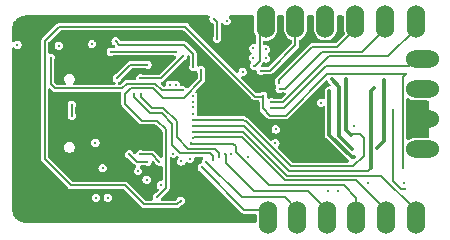
<source format=gbl>
G04 #@! TF.GenerationSoftware,KiCad,Pcbnew,8.0.2*
G04 #@! TF.CreationDate,2024-11-02T23:59:00+05:00*
G04 #@! TF.ProjectId,V1,56312e6b-6963-4616-945f-706362585858,r0.1*
G04 #@! TF.SameCoordinates,Original*
G04 #@! TF.FileFunction,Copper,L4,Bot*
G04 #@! TF.FilePolarity,Positive*
%FSLAX46Y46*%
G04 Gerber Fmt 4.6, Leading zero omitted, Abs format (unit mm)*
G04 Created by KiCad (PCBNEW 8.0.2) date 2024-11-02 23:59:00*
%MOMM*%
%LPD*%
G01*
G04 APERTURE LIST*
G04 #@! TA.AperFunction,ComponentPad*
%ADD10C,1.524000*%
G04 #@! TD*
G04 #@! TA.AperFunction,SMDPad,CuDef*
%ADD11R,1.270000X1.524000*%
G04 #@! TD*
G04 #@! TA.AperFunction,SMDPad,CuDef*
%ADD12R,1.524000X1.270000*%
G04 #@! TD*
G04 #@! TA.AperFunction,ComponentPad*
%ADD13O,1.900000X1.000000*%
G04 #@! TD*
G04 #@! TA.AperFunction,ComponentPad*
%ADD14O,1.600000X1.000000*%
G04 #@! TD*
G04 #@! TA.AperFunction,HeatsinkPad*
%ADD15C,0.500000*%
G04 #@! TD*
G04 #@! TA.AperFunction,HeatsinkPad*
%ADD16R,0.500000X1.600000*%
G04 #@! TD*
G04 #@! TA.AperFunction,ViaPad*
%ADD17C,0.300000*%
G04 #@! TD*
G04 #@! TA.AperFunction,Conductor*
%ADD18C,0.200000*%
G04 #@! TD*
G04 #@! TA.AperFunction,Conductor*
%ADD19C,0.300000*%
G04 #@! TD*
G04 APERTURE END LIST*
D10*
X134290000Y-100000000D03*
D11*
X134925000Y-100000000D03*
D10*
X135560000Y-100000000D03*
X134290000Y-102540000D03*
D11*
X134925000Y-102540000D03*
D10*
X135560000Y-102540000D03*
X129300000Y-107721500D03*
D12*
X129300000Y-108356500D03*
D10*
X129300000Y-108991500D03*
X129200000Y-92380000D03*
D12*
X129200000Y-91745000D03*
D10*
X129200000Y-91110000D03*
X124130000Y-92380000D03*
D12*
X124130000Y-91745000D03*
D10*
X124130000Y-91110000D03*
X126800000Y-107700000D03*
D12*
X126800000Y-108335000D03*
D10*
X126800000Y-108970000D03*
X134300000Y-92400000D03*
D12*
X134300000Y-91765000D03*
D10*
X134300000Y-91130000D03*
X131700000Y-92400000D03*
D12*
X131700000Y-91765000D03*
D10*
X131700000Y-91130000D03*
X134300000Y-107721500D03*
D12*
X134300000Y-108356500D03*
D10*
X134300000Y-108991500D03*
X131800000Y-107721500D03*
D12*
X131800000Y-108356500D03*
D10*
X131800000Y-108991500D03*
X134290000Y-97460000D03*
D11*
X134925000Y-97460000D03*
D10*
X135560000Y-97460000D03*
X134290000Y-94920000D03*
D11*
X134925000Y-94920000D03*
D10*
X135560000Y-94920000D03*
X124300000Y-107700000D03*
D12*
X124300000Y-108335000D03*
D10*
X124300000Y-108970000D03*
X121800000Y-107700000D03*
D12*
X121800000Y-108335000D03*
D10*
X121800000Y-108970000D03*
X126670000Y-92380000D03*
D12*
X126670000Y-91745000D03*
D10*
X126670000Y-91110000D03*
D13*
X105530000Y-95180000D03*
D14*
X101350000Y-95180000D03*
D13*
X105530000Y-103820000D03*
D14*
X101350000Y-103820000D03*
D15*
X103300000Y-106950000D03*
D16*
X103300000Y-106400000D03*
D15*
X103300000Y-105850000D03*
D10*
X121600000Y-92400000D03*
D12*
X121600000Y-91765000D03*
D10*
X121600000Y-91130000D03*
D17*
X107250000Y-106650000D03*
X114453524Y-103589921D03*
X126300000Y-98600000D03*
X100600000Y-93700000D03*
X106900000Y-93650000D03*
X108250000Y-106650000D03*
X115202294Y-103350000D03*
X107800000Y-104150000D03*
X122463060Y-100881297D03*
X121650000Y-94100000D03*
X113781801Y-102918199D03*
X114000000Y-97100000D03*
X120135509Y-103199111D03*
X112730000Y-105600000D03*
X127700000Y-106100000D03*
X111535729Y-105133314D03*
X126900000Y-106100000D03*
X113500000Y-97100000D03*
X104100000Y-93800000D03*
X129100000Y-100600000D03*
X118669998Y-103000000D03*
X120550000Y-94800000D03*
X120550000Y-94000000D03*
X118300000Y-91700000D03*
X121604211Y-94859392D03*
X122430000Y-102027919D03*
X113000000Y-97000000D03*
X117700000Y-107400000D03*
X110000000Y-101100000D03*
X117700000Y-108200000D03*
X112100000Y-101200000D03*
X111000000Y-101100000D03*
X114900000Y-104600000D03*
X109900000Y-100000000D03*
X119600000Y-92800000D03*
X109000000Y-102900000D03*
X125400000Y-101800000D03*
X109700000Y-106800000D03*
X120800000Y-98700000D03*
X125400000Y-100800000D03*
X122900000Y-98100000D03*
X122900000Y-93400000D03*
X114300000Y-95900000D03*
X105200000Y-99700000D03*
X105200000Y-98799986D03*
X110800000Y-104400000D03*
X107200000Y-102000000D03*
X115474999Y-98518233D03*
X129109777Y-103250000D03*
X127000000Y-97600000D03*
X131644735Y-96685001D03*
X131034998Y-102444699D03*
X115474999Y-98018230D03*
X119669998Y-96000000D03*
X130300000Y-105400000D03*
X114800000Y-92200000D03*
X133228000Y-104100000D03*
X121398612Y-98029617D03*
X133500004Y-96200004D03*
X114425000Y-106900000D03*
X117149996Y-103496899D03*
X110500000Y-97850000D03*
X117669958Y-103185310D03*
X111025001Y-97891574D03*
X128411748Y-96650000D03*
X115474988Y-100058379D03*
X128853554Y-101346446D03*
X130800000Y-97400000D03*
X130534998Y-104134998D03*
X115475224Y-100558381D03*
X117200000Y-91500000D03*
X117500000Y-93200000D03*
X114000000Y-94300000D03*
X108500004Y-94300000D03*
X115500000Y-95600000D03*
X108900000Y-93400000D03*
X114600000Y-97549514D03*
X103400000Y-94800000D03*
X116150000Y-95865000D03*
X112400000Y-106600000D03*
X122100000Y-99069998D03*
X122744205Y-96919397D03*
X122100000Y-98569998D03*
X122791472Y-97437816D03*
X111005204Y-96550000D03*
X114600002Y-94700002D03*
X109000000Y-96550000D03*
X111600000Y-95400000D03*
X111600000Y-103600000D03*
X110070268Y-102977458D03*
X112600000Y-103600000D03*
X111000160Y-102970004D03*
X127190580Y-96650000D03*
X128899997Y-102500003D03*
X115474999Y-99558377D03*
X133293474Y-105413052D03*
X132400000Y-99200000D03*
X133392460Y-105945239D03*
X115474999Y-99018233D03*
X120630002Y-95500000D03*
X121200000Y-95900000D03*
X118169998Y-102950000D03*
X116600000Y-103600000D03*
X116200000Y-104100000D03*
X115280529Y-102044131D03*
X115474999Y-101581767D03*
X115470423Y-101058361D03*
D18*
X133228000Y-104128000D02*
X133228000Y-104100000D01*
X133500004Y-96200004D02*
X133228000Y-96472008D01*
X133228000Y-96472008D02*
X133228000Y-104128000D01*
D19*
X130800000Y-97400000D02*
X130534998Y-97665002D01*
X130534998Y-97665002D02*
X130534998Y-104134998D01*
D18*
X126799996Y-96200004D02*
X133500004Y-96200004D01*
X123300000Y-99700000D02*
X126799996Y-96200004D01*
X122000000Y-99700000D02*
X123300000Y-99700000D01*
X121398612Y-98029617D02*
X121398612Y-99098612D01*
X121398612Y-99098612D02*
X122000000Y-99700000D01*
X105200000Y-99700000D02*
X105200000Y-98799986D01*
D19*
X128886396Y-103250000D02*
X129109777Y-103250000D01*
X127000000Y-97600000D02*
X127000000Y-101363604D01*
X127000000Y-101363604D02*
X128886396Y-103250000D01*
X131644735Y-96685001D02*
X131600000Y-96729736D01*
X131600000Y-96729736D02*
X131600000Y-101879697D01*
X131600000Y-101879697D02*
X131034998Y-102444699D01*
D18*
X111300000Y-107200000D02*
X114125000Y-107200000D01*
X120700000Y-98100000D02*
X114800000Y-92200000D01*
X102900000Y-103400000D02*
X105100000Y-105600000D01*
X114800000Y-92200000D02*
X104100000Y-92200000D01*
X102900000Y-93400000D02*
X102900000Y-103400000D01*
X104100000Y-92200000D02*
X102900000Y-93400000D01*
X114125000Y-107200000D02*
X114425000Y-106900000D01*
X109700000Y-105600000D02*
X111300000Y-107200000D01*
X121398612Y-98029617D02*
X121328229Y-98100000D01*
X105100000Y-105600000D02*
X109700000Y-105600000D01*
X121328229Y-98100000D02*
X120700000Y-98100000D01*
X113700000Y-100400000D02*
X113700000Y-102200000D01*
X116900000Y-102900000D02*
X117149996Y-103149996D01*
X113700000Y-102200000D02*
X114400000Y-102900000D01*
X111834314Y-99500000D02*
X112800000Y-99500000D01*
X117149996Y-103149996D02*
X117149996Y-103496899D01*
X110500000Y-98165686D02*
X111834314Y-99500000D01*
X112800000Y-99500000D02*
X113700000Y-100400000D01*
X114400000Y-102900000D02*
X116900000Y-102900000D01*
X110500000Y-97850000D02*
X110500000Y-98165686D01*
X111950000Y-99050000D02*
X112950000Y-99050000D01*
X117669958Y-102877634D02*
X117669958Y-103185310D01*
X117292324Y-102500000D02*
X117669958Y-102877634D01*
X111025001Y-97891574D02*
X111025001Y-98125001D01*
X114100000Y-101537086D02*
X115062914Y-102500000D01*
X111025001Y-98125001D02*
X111950000Y-99050000D01*
X114100000Y-100200000D02*
X114100000Y-101537086D01*
X115062914Y-102500000D02*
X117292324Y-102500000D01*
X112950000Y-99050000D02*
X114100000Y-100200000D01*
D19*
X128411748Y-96650000D02*
X128411748Y-100904640D01*
D18*
X129000000Y-104000000D02*
X129900000Y-103100000D01*
X129900000Y-103100000D02*
X129900000Y-101600000D01*
D19*
X128411748Y-100904640D02*
X128853554Y-101346446D01*
D18*
X123765686Y-104000000D02*
X129000000Y-104000000D01*
X119824067Y-100158381D02*
X119924067Y-100158381D01*
X115474988Y-100058379D02*
X119724065Y-100058379D01*
X128900000Y-101300000D02*
X128853554Y-101346446D01*
X129900000Y-101600000D02*
X129600000Y-101300000D01*
X129600000Y-101300000D02*
X128900000Y-101300000D01*
X119924067Y-100158381D02*
X123765686Y-104000000D01*
X119724065Y-100058379D02*
X119824067Y-100158381D01*
X119758381Y-100558381D02*
X123600000Y-104400000D01*
X115475224Y-100558381D02*
X119758381Y-100558381D01*
X123600000Y-104400000D02*
X130269996Y-104400000D01*
X130269996Y-104400000D02*
X130534998Y-104134998D01*
X117500000Y-91800000D02*
X117200000Y-91500000D01*
X117500000Y-93200000D02*
X117500000Y-91800000D01*
X114000000Y-94300000D02*
X108500004Y-94300000D01*
X115500000Y-94500000D02*
X114700000Y-93700000D01*
X115500000Y-95600000D02*
X115500000Y-94500000D01*
X109200000Y-93700000D02*
X108900000Y-93400000D01*
X114700000Y-93700000D02*
X109200000Y-93700000D01*
X109434315Y-97400000D02*
X103800000Y-97400000D01*
X112815200Y-97549514D02*
X112265686Y-97000000D01*
X103800000Y-97400000D02*
X103400000Y-97000000D01*
X114600000Y-97549514D02*
X112815200Y-97549514D01*
X109834315Y-97000000D02*
X109434315Y-97400000D01*
X103400000Y-97000000D02*
X103400000Y-94800000D01*
X112265686Y-97000000D02*
X109834315Y-97000000D01*
X109700000Y-97900000D02*
X110200000Y-97400000D01*
X111150000Y-100150000D02*
X109700000Y-98700000D01*
X112450000Y-100150000D02*
X111150000Y-100150000D01*
X113180000Y-105820000D02*
X113180000Y-100880000D01*
X114656832Y-98200000D02*
X116150000Y-96706832D01*
X112400000Y-106600000D02*
X113180000Y-105820000D01*
X112900000Y-98200000D02*
X114656832Y-98200000D01*
X116150000Y-96706832D02*
X116150000Y-95865000D01*
X110200000Y-97400000D02*
X112100000Y-97400000D01*
X113180000Y-100880000D02*
X112450000Y-100150000D01*
X112100000Y-97400000D02*
X112900000Y-98200000D01*
X109700000Y-98700000D02*
X109700000Y-97900000D01*
X122100000Y-99069998D02*
X123164317Y-99069998D01*
X123164317Y-99069998D02*
X126734315Y-95500000D01*
X133710000Y-95500000D02*
X134290000Y-94920000D01*
X126734315Y-95500000D02*
X133710000Y-95500000D01*
X129200000Y-92380000D02*
X127680000Y-93900000D01*
X127680000Y-93900000D02*
X125531801Y-93900000D01*
X122744205Y-96687596D02*
X122744205Y-96919397D01*
X125531801Y-93900000D02*
X122744205Y-96687596D01*
X132000000Y-94700000D02*
X134300000Y-92400000D01*
X126968629Y-94700000D02*
X132000000Y-94700000D01*
X122100000Y-98569998D02*
X123098631Y-98569998D01*
X123098631Y-98569998D02*
X126968629Y-94700000D01*
X123262184Y-97437816D02*
X122791472Y-97437816D01*
X131700000Y-92400000D02*
X129800000Y-94300000D01*
X126400000Y-94300000D02*
X123262184Y-97437816D01*
X129800000Y-94300000D02*
X126400000Y-94300000D01*
X114600002Y-94700002D02*
X112750004Y-96550000D01*
X112750004Y-96550000D02*
X111005204Y-96550000D01*
X110150000Y-95400000D02*
X109000000Y-96550000D01*
X111600000Y-95400000D02*
X110150000Y-95400000D01*
X110692810Y-103600000D02*
X110070268Y-102977458D01*
X111600000Y-103600000D02*
X110692810Y-103600000D01*
X111970004Y-102970004D02*
X111000160Y-102970004D01*
X112600000Y-103600000D02*
X111970004Y-102970004D01*
D19*
X127800000Y-97259420D02*
X127800000Y-101400006D01*
X127190580Y-96650000D02*
X127800000Y-97259420D01*
X127800000Y-101400006D02*
X128899997Y-102500003D01*
D18*
X133092612Y-105945239D02*
X132400000Y-105252627D01*
X132400000Y-105252627D02*
X132400000Y-99200000D01*
X133392460Y-105945239D02*
X133092612Y-105945239D01*
X121100000Y-92900000D02*
X121600000Y-92400000D01*
X121100000Y-95100000D02*
X121100000Y-92900000D01*
X120700000Y-95500000D02*
X121100000Y-95100000D01*
X120630002Y-95500000D02*
X120700000Y-95500000D01*
X122000000Y-95900000D02*
X124130000Y-93770000D01*
X121200000Y-95900000D02*
X122000000Y-95900000D01*
X124130000Y-93770000D02*
X124130000Y-92380000D01*
X125200000Y-106100000D02*
X120600000Y-106100000D01*
X120600000Y-106100000D02*
X118219998Y-103719998D01*
X118219998Y-103719998D02*
X118219998Y-103000000D01*
X118219998Y-103000000D02*
X118169998Y-102950000D01*
X126800000Y-107700000D02*
X125200000Y-106100000D01*
X119638000Y-106638000D02*
X123238000Y-106638000D01*
X116600000Y-103600000D02*
X119638000Y-106638000D01*
X123238000Y-106638000D02*
X124300000Y-107700000D01*
X116200000Y-104100000D02*
X119800000Y-107700000D01*
X119800000Y-107700000D02*
X121800000Y-107700000D01*
X121900000Y-105600000D02*
X119119998Y-102819998D01*
X129300000Y-106643870D02*
X128256130Y-105600000D01*
X115306770Y-102070372D02*
X115280529Y-102044131D01*
X118870372Y-102070372D02*
X115306770Y-102070372D01*
X128256130Y-105600000D02*
X121900000Y-105600000D01*
X129300000Y-107721500D02*
X129300000Y-106643870D01*
X119119998Y-102819998D02*
X119119998Y-102319998D01*
X119119998Y-102319998D02*
X118870372Y-102070372D01*
X129278500Y-105200000D02*
X131800000Y-107721500D01*
X115556766Y-101500000D02*
X119568628Y-101500000D01*
X123268628Y-105200000D02*
X129278500Y-105200000D01*
X115474999Y-101581767D02*
X115556766Y-101500000D01*
X119568628Y-101500000D02*
X123268628Y-105200000D01*
X115512062Y-101100000D02*
X119734314Y-101100000D01*
X115470423Y-101058361D02*
X115512062Y-101100000D01*
X123434314Y-104800000D02*
X131378500Y-104800000D01*
X131378500Y-104800000D02*
X134300000Y-107721500D01*
X119734314Y-101100000D02*
X123434314Y-104800000D01*
G04 #@! TA.AperFunction,Conductor*
G36*
X116811777Y-91247185D02*
G01*
X116857532Y-91299989D01*
X116867476Y-91369147D01*
X116862669Y-91389820D01*
X116862498Y-91390345D01*
X116845131Y-91499997D01*
X116845131Y-91500002D01*
X116862498Y-91609658D01*
X116912904Y-91708585D01*
X116912909Y-91708592D01*
X116991407Y-91787090D01*
X116991410Y-91787092D01*
X116991413Y-91787095D01*
X117090339Y-91837500D01*
X117090340Y-91837500D01*
X117094900Y-91838982D01*
X117144260Y-91869231D01*
X117163181Y-91888152D01*
X117196666Y-91949475D01*
X117199500Y-91975833D01*
X117199500Y-92987951D01*
X117185985Y-93044245D01*
X117162499Y-93090338D01*
X117145131Y-93199997D01*
X117145131Y-93200002D01*
X117162498Y-93309658D01*
X117212904Y-93408585D01*
X117212909Y-93408592D01*
X117291407Y-93487090D01*
X117291410Y-93487092D01*
X117291413Y-93487095D01*
X117364768Y-93524471D01*
X117390341Y-93537501D01*
X117499998Y-93554869D01*
X117500000Y-93554869D01*
X117500002Y-93554869D01*
X117609658Y-93537501D01*
X117609659Y-93537500D01*
X117609661Y-93537500D01*
X117708587Y-93487095D01*
X117787095Y-93408587D01*
X117837500Y-93309661D01*
X117837500Y-93309659D01*
X117837501Y-93309658D01*
X117854869Y-93200002D01*
X117854869Y-93199997D01*
X117837500Y-93090338D01*
X117814015Y-93044245D01*
X117800500Y-92987951D01*
X117800500Y-91995545D01*
X117820185Y-91928506D01*
X117872989Y-91882751D01*
X117942147Y-91872807D01*
X118005703Y-91901832D01*
X118012181Y-91907864D01*
X118091407Y-91987090D01*
X118091410Y-91987092D01*
X118091413Y-91987095D01*
X118190339Y-92037500D01*
X118190341Y-92037501D01*
X118299998Y-92054869D01*
X118300000Y-92054869D01*
X118300002Y-92054869D01*
X118409658Y-92037501D01*
X118409659Y-92037500D01*
X118409661Y-92037500D01*
X118508587Y-91987095D01*
X118587095Y-91908587D01*
X118637500Y-91809661D01*
X118637500Y-91809659D01*
X118637501Y-91809658D01*
X118654869Y-91700002D01*
X118654869Y-91699997D01*
X118637501Y-91590341D01*
X118591470Y-91500000D01*
X118587095Y-91491413D01*
X118587092Y-91491410D01*
X118587090Y-91491407D01*
X118534864Y-91439181D01*
X118501379Y-91377858D01*
X118506363Y-91308166D01*
X118548235Y-91252233D01*
X118613699Y-91227816D01*
X118622545Y-91227500D01*
X120513500Y-91227500D01*
X120580539Y-91247185D01*
X120626294Y-91299989D01*
X120637500Y-91351500D01*
X120637500Y-92346624D01*
X120636903Y-92358778D01*
X120632843Y-92399999D01*
X120651426Y-92588681D01*
X120696217Y-92736340D01*
X120704833Y-92764743D01*
X120706464Y-92770118D01*
X120735477Y-92824396D01*
X120784858Y-92916783D01*
X120799500Y-92975234D01*
X120799500Y-93539462D01*
X120779815Y-93606501D01*
X120727011Y-93652256D01*
X120657853Y-93662200D01*
X120656103Y-93661935D01*
X120550003Y-93645131D01*
X120549998Y-93645131D01*
X120440341Y-93662498D01*
X120341414Y-93712904D01*
X120341407Y-93712909D01*
X120262909Y-93791407D01*
X120262904Y-93791414D01*
X120212498Y-93890341D01*
X120195131Y-93999997D01*
X120195131Y-94000002D01*
X120212498Y-94109658D01*
X120262904Y-94208585D01*
X120262909Y-94208592D01*
X120341407Y-94287090D01*
X120341411Y-94287093D01*
X120341413Y-94287095D01*
X120341415Y-94287096D01*
X120346166Y-94289517D01*
X120396960Y-94337492D01*
X120413754Y-94405314D01*
X120391215Y-94471448D01*
X120346166Y-94510483D01*
X120341415Y-94512903D01*
X120341407Y-94512909D01*
X120262909Y-94591407D01*
X120262904Y-94591414D01*
X120212498Y-94690341D01*
X120195131Y-94799997D01*
X120195131Y-94800002D01*
X120212498Y-94909658D01*
X120262904Y-95008585D01*
X120262909Y-95008592D01*
X120341409Y-95087092D01*
X120343157Y-95088362D01*
X120344767Y-95090450D01*
X120348313Y-95093996D01*
X120347854Y-95094454D01*
X120385824Y-95143691D01*
X120391805Y-95213305D01*
X120359200Y-95275100D01*
X120357957Y-95276361D01*
X120342912Y-95291406D01*
X120342906Y-95291414D01*
X120292500Y-95390341D01*
X120275133Y-95499997D01*
X120275133Y-95500002D01*
X120292500Y-95609658D01*
X120342906Y-95708585D01*
X120342911Y-95708592D01*
X120421409Y-95787090D01*
X120421412Y-95787092D01*
X120421415Y-95787095D01*
X120463592Y-95808585D01*
X120520343Y-95837501D01*
X120630000Y-95854869D01*
X120630002Y-95854869D01*
X120630003Y-95854869D01*
X120710418Y-95842132D01*
X120779712Y-95851086D01*
X120833164Y-95896082D01*
X120852290Y-95945206D01*
X120862498Y-96009658D01*
X120912904Y-96108585D01*
X120912909Y-96108592D01*
X120991407Y-96187090D01*
X120991410Y-96187092D01*
X120991413Y-96187095D01*
X121042610Y-96213181D01*
X121090341Y-96237501D01*
X121199998Y-96254869D01*
X121200000Y-96254869D01*
X121200002Y-96254869D01*
X121309657Y-96237501D01*
X121309658Y-96237500D01*
X121309661Y-96237500D01*
X121355755Y-96214013D01*
X121412048Y-96200500D01*
X122039560Y-96200500D01*
X122039562Y-96200500D01*
X122115989Y-96180021D01*
X122184511Y-96140460D01*
X122240460Y-96084511D01*
X124370460Y-93954511D01*
X124371423Y-93952843D01*
X124410021Y-93885989D01*
X124430500Y-93809562D01*
X124430500Y-93385070D01*
X124450185Y-93318031D01*
X124496047Y-93275712D01*
X124653758Y-93191413D01*
X124667324Y-93184162D01*
X124813883Y-93063883D01*
X124934162Y-92917324D01*
X125023537Y-92750115D01*
X125078573Y-92568683D01*
X125097157Y-92380000D01*
X125093097Y-92338778D01*
X125092500Y-92326624D01*
X125092500Y-91351500D01*
X125112185Y-91284461D01*
X125164989Y-91238706D01*
X125216500Y-91227500D01*
X125583500Y-91227500D01*
X125650539Y-91247185D01*
X125696294Y-91299989D01*
X125707500Y-91351500D01*
X125707500Y-92326624D01*
X125706903Y-92338778D01*
X125702843Y-92379999D01*
X125721426Y-92568681D01*
X125721427Y-92568683D01*
X125776463Y-92750115D01*
X125776464Y-92750118D01*
X125776465Y-92750119D01*
X125776466Y-92750122D01*
X125865834Y-92917318D01*
X125865838Y-92917325D01*
X125986116Y-93063883D01*
X126132674Y-93184161D01*
X126132681Y-93184165D01*
X126299877Y-93273533D01*
X126299878Y-93273533D01*
X126299885Y-93273537D01*
X126481317Y-93328573D01*
X126481316Y-93328573D01*
X126498233Y-93330239D01*
X126670000Y-93347157D01*
X126858683Y-93328573D01*
X127040115Y-93273537D01*
X127207324Y-93184162D01*
X127353883Y-93063883D01*
X127474162Y-92917324D01*
X127563537Y-92750115D01*
X127618573Y-92568683D01*
X127637157Y-92380000D01*
X127633097Y-92338778D01*
X127632500Y-92326624D01*
X127632500Y-91351500D01*
X127652185Y-91284461D01*
X127704989Y-91238706D01*
X127756500Y-91227500D01*
X128113500Y-91227500D01*
X128180539Y-91247185D01*
X128226294Y-91299989D01*
X128237500Y-91351500D01*
X128237500Y-92326624D01*
X128236903Y-92338778D01*
X128232843Y-92379999D01*
X128251426Y-92568681D01*
X128307802Y-92754529D01*
X128308425Y-92824396D01*
X128276822Y-92878205D01*
X127591848Y-93563181D01*
X127530525Y-93596666D01*
X127504167Y-93599500D01*
X125492239Y-93599500D01*
X125424840Y-93617559D01*
X125415808Y-93619980D01*
X125363815Y-93649999D01*
X125347293Y-93659537D01*
X125347288Y-93659541D01*
X122503746Y-96503083D01*
X122503740Y-96503091D01*
X122464187Y-96571600D01*
X122464184Y-96571605D01*
X122457519Y-96596479D01*
X122445282Y-96642151D01*
X122443705Y-96648035D01*
X122443705Y-96707348D01*
X122430190Y-96763642D01*
X122406704Y-96809735D01*
X122389336Y-96919394D01*
X122389336Y-96919399D01*
X122406703Y-97029055D01*
X122457109Y-97127982D01*
X122457114Y-97127989D01*
X122458892Y-97129767D01*
X122460363Y-97132461D01*
X122462849Y-97135883D01*
X122462406Y-97136204D01*
X122492377Y-97191090D01*
X122487393Y-97260782D01*
X122481697Y-97273741D01*
X122453970Y-97328158D01*
X122436603Y-97437813D01*
X122436603Y-97437818D01*
X122453970Y-97547474D01*
X122504376Y-97646401D01*
X122504381Y-97646408D01*
X122582879Y-97724906D01*
X122582882Y-97724908D01*
X122582885Y-97724911D01*
X122657995Y-97763181D01*
X122681813Y-97775317D01*
X122791470Y-97792685D01*
X122791472Y-97792685D01*
X122791474Y-97792685D01*
X122901129Y-97775317D01*
X122901130Y-97775316D01*
X122901133Y-97775316D01*
X122947227Y-97751829D01*
X123003520Y-97738316D01*
X123205980Y-97738316D01*
X123273019Y-97758001D01*
X123318774Y-97810805D01*
X123328718Y-97879963D01*
X123299693Y-97943519D01*
X123293661Y-97949997D01*
X123010479Y-98233179D01*
X122949156Y-98266664D01*
X122922798Y-98269498D01*
X122312048Y-98269498D01*
X122255755Y-98255984D01*
X122246966Y-98251506D01*
X122209661Y-98232498D01*
X122209660Y-98232497D01*
X122209657Y-98232496D01*
X122100002Y-98215129D01*
X122099998Y-98215129D01*
X121990341Y-98232496D01*
X121914572Y-98271103D01*
X121845903Y-98283999D01*
X121781163Y-98257722D01*
X121740906Y-98200616D01*
X121735805Y-98141220D01*
X121753481Y-98029619D01*
X121753481Y-98029614D01*
X121736113Y-97919958D01*
X121719327Y-97887014D01*
X121685707Y-97821030D01*
X121685704Y-97821027D01*
X121685702Y-97821024D01*
X121607204Y-97742526D01*
X121607200Y-97742523D01*
X121607199Y-97742522D01*
X121584851Y-97731135D01*
X121508270Y-97692115D01*
X121398614Y-97674748D01*
X121398610Y-97674748D01*
X121288953Y-97692115D01*
X121190026Y-97742521D01*
X121190019Y-97742526D01*
X121169365Y-97763181D01*
X121108042Y-97796666D01*
X121081684Y-97799500D01*
X120875833Y-97799500D01*
X120808794Y-97779815D01*
X120788152Y-97763181D01*
X119591521Y-96566550D01*
X119558036Y-96505227D01*
X119563020Y-96435535D01*
X119604892Y-96379602D01*
X119660735Y-96358773D01*
X119660359Y-96356396D01*
X119779656Y-96337501D01*
X119779657Y-96337500D01*
X119779659Y-96337500D01*
X119878585Y-96287095D01*
X119957093Y-96208587D01*
X120007498Y-96109661D01*
X120007498Y-96109659D01*
X120007499Y-96109658D01*
X120024867Y-96000002D01*
X120024867Y-95999997D01*
X120007499Y-95890341D01*
X119987498Y-95851086D01*
X119957093Y-95791413D01*
X119957090Y-95791410D01*
X119957088Y-95791407D01*
X119878590Y-95712909D01*
X119878586Y-95712906D01*
X119878585Y-95712905D01*
X119870110Y-95708587D01*
X119779656Y-95662498D01*
X119670000Y-95645131D01*
X119669996Y-95645131D01*
X119560339Y-95662498D01*
X119461412Y-95712904D01*
X119461405Y-95712909D01*
X119382907Y-95791407D01*
X119382902Y-95791414D01*
X119332496Y-95890341D01*
X119313602Y-96009639D01*
X119309774Y-96009032D01*
X119295444Y-96057835D01*
X119242640Y-96103590D01*
X119173482Y-96113534D01*
X119109926Y-96084509D01*
X119103448Y-96078477D01*
X115169231Y-92144260D01*
X115138982Y-92094900D01*
X115137500Y-92090340D01*
X115137500Y-92090339D01*
X115087095Y-91991413D01*
X115087092Y-91991410D01*
X115087090Y-91991407D01*
X115008592Y-91912909D01*
X115008588Y-91912906D01*
X115008587Y-91912905D01*
X115000112Y-91908587D01*
X114909658Y-91862498D01*
X114800002Y-91845131D01*
X114799998Y-91845131D01*
X114690342Y-91862498D01*
X114644245Y-91885986D01*
X114587952Y-91899500D01*
X104060438Y-91899500D01*
X104029224Y-91907864D01*
X103984009Y-91919979D01*
X103984008Y-91919980D01*
X103915688Y-91959424D01*
X103915532Y-91959515D01*
X103915489Y-91959540D01*
X103915487Y-91959541D01*
X103915483Y-91959544D01*
X102715489Y-93159540D01*
X102659541Y-93215487D01*
X102659535Y-93215495D01*
X102619982Y-93284004D01*
X102619979Y-93284009D01*
X102609083Y-93324674D01*
X102599500Y-93360438D01*
X102599500Y-103439562D01*
X102612431Y-103487819D01*
X102619979Y-103515990D01*
X102619980Y-103515991D01*
X102628689Y-103531075D01*
X102633945Y-103540179D01*
X102659540Y-103584511D01*
X104859540Y-105784511D01*
X104915489Y-105840460D01*
X104915491Y-105840461D01*
X104915495Y-105840464D01*
X104984004Y-105880017D01*
X104984011Y-105880021D01*
X105060438Y-105900500D01*
X109524167Y-105900500D01*
X109591206Y-105920185D01*
X109611848Y-105936819D01*
X111115489Y-107440460D01*
X111174829Y-107474720D01*
X111184008Y-107480020D01*
X111184012Y-107480022D01*
X111260438Y-107500500D01*
X111260440Y-107500500D01*
X114164560Y-107500500D01*
X114164562Y-107500500D01*
X114240989Y-107480021D01*
X114309511Y-107440460D01*
X114365460Y-107384511D01*
X114480742Y-107269228D01*
X114530107Y-107238979D01*
X114534656Y-107237500D01*
X114534661Y-107237500D01*
X114633587Y-107187095D01*
X114712095Y-107108587D01*
X114762500Y-107009661D01*
X114762500Y-107009659D01*
X114762501Y-107009658D01*
X114779869Y-106900002D01*
X114779869Y-106899997D01*
X114762501Y-106790341D01*
X114762500Y-106790339D01*
X114712095Y-106691413D01*
X114712092Y-106691410D01*
X114712090Y-106691407D01*
X114633592Y-106612909D01*
X114633588Y-106612906D01*
X114633587Y-106612905D01*
X114608263Y-106600002D01*
X114534658Y-106562498D01*
X114425002Y-106545131D01*
X114424998Y-106545131D01*
X114315341Y-106562498D01*
X114216414Y-106612904D01*
X114216407Y-106612909D01*
X114137909Y-106691407D01*
X114137906Y-106691412D01*
X114137905Y-106691413D01*
X114111142Y-106743938D01*
X114087496Y-106790346D01*
X114086016Y-106794902D01*
X114055774Y-106844253D01*
X114036852Y-106863177D01*
X113975530Y-106896665D01*
X113949166Y-106899500D01*
X112843121Y-106899500D01*
X112776082Y-106879815D01*
X112730327Y-106827011D01*
X112720383Y-106757853D01*
X112732635Y-106719207D01*
X112737500Y-106709661D01*
X112737501Y-106709652D01*
X112738980Y-106705103D01*
X112769229Y-106655740D01*
X113420460Y-106004511D01*
X113460022Y-105935988D01*
X113480500Y-105859562D01*
X113480500Y-105780438D01*
X113480500Y-103360402D01*
X113500185Y-103293363D01*
X113552989Y-103247608D01*
X113622147Y-103237664D01*
X113660794Y-103249918D01*
X113665707Y-103252421D01*
X113672142Y-103255700D01*
X113781799Y-103273068D01*
X113781801Y-103273068D01*
X113781803Y-103273068D01*
X113891459Y-103255700D01*
X113891460Y-103255699D01*
X113891462Y-103255699D01*
X113990388Y-103205294D01*
X114047913Y-103147768D01*
X114109232Y-103114285D01*
X114178924Y-103119269D01*
X114211116Y-103137104D01*
X114211883Y-103137693D01*
X114253064Y-103194136D01*
X114257192Y-103263884D01*
X114224041Y-103323721D01*
X114166430Y-103381331D01*
X114166428Y-103381335D01*
X114116022Y-103480262D01*
X114098655Y-103589918D01*
X114098655Y-103589923D01*
X114116022Y-103699579D01*
X114166428Y-103798506D01*
X114166433Y-103798513D01*
X114244931Y-103877011D01*
X114244934Y-103877013D01*
X114244937Y-103877016D01*
X114317550Y-103914014D01*
X114343865Y-103927422D01*
X114453522Y-103944790D01*
X114453524Y-103944790D01*
X114453526Y-103944790D01*
X114563182Y-103927422D01*
X114563183Y-103927421D01*
X114563185Y-103927421D01*
X114662111Y-103877016D01*
X114740619Y-103798508D01*
X114791024Y-103699582D01*
X114791024Y-103699580D01*
X114793525Y-103691885D01*
X114832964Y-103634210D01*
X114897323Y-103607014D01*
X114966169Y-103618930D01*
X114985028Y-103632428D01*
X114985808Y-103631356D01*
X114993704Y-103637092D01*
X114993707Y-103637095D01*
X115044904Y-103663181D01*
X115092635Y-103687501D01*
X115202292Y-103704869D01*
X115202294Y-103704869D01*
X115202296Y-103704869D01*
X115311952Y-103687501D01*
X115311953Y-103687500D01*
X115311955Y-103687500D01*
X115410881Y-103637095D01*
X115489389Y-103558587D01*
X115539794Y-103459661D01*
X115539794Y-103459659D01*
X115539795Y-103459658D01*
X115557163Y-103350002D01*
X115557163Y-103350000D01*
X115556196Y-103343895D01*
X115565152Y-103274604D01*
X115610149Y-103221152D01*
X115676900Y-103200513D01*
X115678670Y-103200500D01*
X116208248Y-103200500D01*
X116275287Y-103220185D01*
X116321042Y-103272989D01*
X116330986Y-103342147D01*
X116315003Y-103381528D01*
X116317336Y-103382717D01*
X116262498Y-103490341D01*
X116245839Y-103595527D01*
X116245131Y-103600000D01*
X116246170Y-103606560D01*
X116247053Y-103612133D01*
X116238097Y-103681427D01*
X116193100Y-103734878D01*
X116143979Y-103754003D01*
X116090341Y-103762499D01*
X115991414Y-103812904D01*
X115991407Y-103812909D01*
X115912909Y-103891407D01*
X115912904Y-103891414D01*
X115862498Y-103990341D01*
X115845131Y-104099997D01*
X115845131Y-104100002D01*
X115862498Y-104209658D01*
X115912904Y-104308585D01*
X115912909Y-104308592D01*
X115991407Y-104387090D01*
X115991410Y-104387092D01*
X115991413Y-104387095D01*
X116090339Y-104437500D01*
X116090340Y-104437500D01*
X116094900Y-104438982D01*
X116144260Y-104469231D01*
X119559540Y-107884511D01*
X119615489Y-107940460D01*
X119615491Y-107940461D01*
X119615495Y-107940464D01*
X119684004Y-107980017D01*
X119684011Y-107980021D01*
X119760438Y-108000500D01*
X120713500Y-108000500D01*
X120780539Y-108020185D01*
X120826294Y-108072989D01*
X120837500Y-108124500D01*
X120837500Y-108648500D01*
X120817815Y-108715539D01*
X120765011Y-108761294D01*
X120713500Y-108772500D01*
X101304875Y-108772500D01*
X101295146Y-108772118D01*
X101126308Y-108758830D01*
X101107090Y-108755786D01*
X100947167Y-108717392D01*
X100928661Y-108711379D01*
X100776710Y-108648438D01*
X100759376Y-108639606D01*
X100619133Y-108553665D01*
X100603403Y-108542236D01*
X100478338Y-108435421D01*
X100464578Y-108421661D01*
X100401814Y-108348173D01*
X100357760Y-108296592D01*
X100346336Y-108280869D01*
X100260390Y-108140618D01*
X100251561Y-108123289D01*
X100230726Y-108072989D01*
X100188617Y-107971331D01*
X100182609Y-107952839D01*
X100144212Y-107792904D01*
X100141169Y-107773690D01*
X100127882Y-107604852D01*
X100127500Y-107595124D01*
X100127500Y-106649997D01*
X106895131Y-106649997D01*
X106895131Y-106650002D01*
X106912498Y-106759658D01*
X106962904Y-106858585D01*
X106962909Y-106858592D01*
X107041407Y-106937090D01*
X107041410Y-106937092D01*
X107041413Y-106937095D01*
X107115451Y-106974819D01*
X107140341Y-106987501D01*
X107249998Y-107004869D01*
X107250000Y-107004869D01*
X107250002Y-107004869D01*
X107359658Y-106987501D01*
X107359659Y-106987500D01*
X107359661Y-106987500D01*
X107458587Y-106937095D01*
X107537095Y-106858587D01*
X107587500Y-106759661D01*
X107587500Y-106759659D01*
X107587501Y-106759658D01*
X107604869Y-106650002D01*
X107604869Y-106649997D01*
X107895131Y-106649997D01*
X107895131Y-106650002D01*
X107912498Y-106759658D01*
X107962904Y-106858585D01*
X107962909Y-106858592D01*
X108041407Y-106937090D01*
X108041410Y-106937092D01*
X108041413Y-106937095D01*
X108115451Y-106974819D01*
X108140341Y-106987501D01*
X108249998Y-107004869D01*
X108250000Y-107004869D01*
X108250002Y-107004869D01*
X108359658Y-106987501D01*
X108359659Y-106987500D01*
X108359661Y-106987500D01*
X108458587Y-106937095D01*
X108537095Y-106858587D01*
X108587500Y-106759661D01*
X108587500Y-106759659D01*
X108587501Y-106759658D01*
X108604869Y-106650002D01*
X108604869Y-106649997D01*
X108587501Y-106540341D01*
X108557350Y-106481166D01*
X108537095Y-106441413D01*
X108537092Y-106441410D01*
X108537090Y-106441407D01*
X108458592Y-106362909D01*
X108458588Y-106362906D01*
X108458587Y-106362905D01*
X108408727Y-106337500D01*
X108359658Y-106312498D01*
X108250002Y-106295131D01*
X108249998Y-106295131D01*
X108140341Y-106312498D01*
X108041414Y-106362904D01*
X108041407Y-106362909D01*
X107962909Y-106441407D01*
X107962904Y-106441414D01*
X107912498Y-106540341D01*
X107895131Y-106649997D01*
X107604869Y-106649997D01*
X107587501Y-106540341D01*
X107557350Y-106481166D01*
X107537095Y-106441413D01*
X107537092Y-106441410D01*
X107537090Y-106441407D01*
X107458592Y-106362909D01*
X107458588Y-106362906D01*
X107458587Y-106362905D01*
X107408727Y-106337500D01*
X107359658Y-106312498D01*
X107250002Y-106295131D01*
X107249998Y-106295131D01*
X107140341Y-106312498D01*
X107041414Y-106362904D01*
X107041407Y-106362909D01*
X106962909Y-106441407D01*
X106962904Y-106441414D01*
X106912498Y-106540341D01*
X106895131Y-106649997D01*
X100127500Y-106649997D01*
X100127500Y-94022545D01*
X100147185Y-93955506D01*
X100199989Y-93909751D01*
X100269147Y-93899807D01*
X100332703Y-93928832D01*
X100339181Y-93934864D01*
X100391407Y-93987090D01*
X100391410Y-93987092D01*
X100391413Y-93987095D01*
X100490339Y-94037500D01*
X100490341Y-94037501D01*
X100599998Y-94054869D01*
X100600000Y-94054869D01*
X100600002Y-94054869D01*
X100709658Y-94037501D01*
X100709659Y-94037500D01*
X100709661Y-94037500D01*
X100808587Y-93987095D01*
X100887095Y-93908587D01*
X100937500Y-93809661D01*
X100937500Y-93809659D01*
X100937501Y-93809658D01*
X100954869Y-93700002D01*
X100954869Y-93699997D01*
X100937501Y-93590341D01*
X100910577Y-93537500D01*
X100887095Y-93491413D01*
X100887092Y-93491410D01*
X100887090Y-93491407D01*
X100808592Y-93412909D01*
X100808588Y-93412906D01*
X100808587Y-93412905D01*
X100800112Y-93408587D01*
X100709658Y-93362498D01*
X100600002Y-93345131D01*
X100599998Y-93345131D01*
X100490341Y-93362498D01*
X100391414Y-93412904D01*
X100391407Y-93412909D01*
X100339181Y-93465136D01*
X100277858Y-93498621D01*
X100208166Y-93493637D01*
X100152233Y-93451765D01*
X100127816Y-93386301D01*
X100127500Y-93377455D01*
X100127500Y-92404875D01*
X100127882Y-92395147D01*
X100133275Y-92326624D01*
X100141169Y-92226303D01*
X100144211Y-92207097D01*
X100182610Y-92047156D01*
X100188616Y-92028671D01*
X100251562Y-91876707D01*
X100260387Y-91859386D01*
X100346340Y-91719124D01*
X100357755Y-91703413D01*
X100464584Y-91578331D01*
X100478331Y-91564584D01*
X100603413Y-91457755D01*
X100619124Y-91446340D01*
X100759386Y-91360387D01*
X100776707Y-91351562D01*
X100928671Y-91288616D01*
X100947156Y-91282610D01*
X101107097Y-91244211D01*
X101126303Y-91241169D01*
X101276938Y-91229315D01*
X101295147Y-91227882D01*
X101304875Y-91227500D01*
X101329101Y-91227500D01*
X116744738Y-91227500D01*
X116811777Y-91247185D01*
G37*
G04 #@! TD.AperFunction*
G04 #@! TA.AperFunction,Conductor*
G36*
X103405703Y-97431120D02*
G01*
X103412181Y-97437152D01*
X103559540Y-97584511D01*
X103615489Y-97640460D01*
X103615491Y-97640461D01*
X103615495Y-97640464D01*
X103684004Y-97680017D01*
X103684011Y-97680021D01*
X103760438Y-97700500D01*
X103760440Y-97700500D01*
X109280755Y-97700500D01*
X109347794Y-97720185D01*
X109393549Y-97772989D01*
X109403493Y-97842147D01*
X109400531Y-97856590D01*
X109399500Y-97860438D01*
X109399500Y-98739562D01*
X109413152Y-98790513D01*
X109419979Y-98815990D01*
X109444320Y-98858148D01*
X109444321Y-98858152D01*
X109444322Y-98858152D01*
X109459540Y-98884511D01*
X110965489Y-100390460D01*
X111034012Y-100430022D01*
X111110438Y-100450500D01*
X112274167Y-100450500D01*
X112341206Y-100470185D01*
X112361848Y-100486819D01*
X112843181Y-100968152D01*
X112876666Y-101029475D01*
X112879500Y-101055833D01*
X112879500Y-103147012D01*
X112859815Y-103214051D01*
X112807011Y-103259806D01*
X112737853Y-103269750D01*
X112717182Y-103264943D01*
X112705102Y-103261018D01*
X112655739Y-103230768D01*
X112154516Y-102729545D01*
X112154511Y-102729541D01*
X112137250Y-102719576D01*
X112137249Y-102719575D01*
X112137248Y-102719575D01*
X112106852Y-102702026D01*
X112085994Y-102689983D01*
X112059179Y-102682798D01*
X112009566Y-102669504D01*
X112009564Y-102669504D01*
X111212208Y-102669504D01*
X111155915Y-102655990D01*
X111125912Y-102640703D01*
X111109821Y-102632504D01*
X111109820Y-102632503D01*
X111109817Y-102632502D01*
X111000162Y-102615135D01*
X111000158Y-102615135D01*
X110890501Y-102632502D01*
X110791574Y-102682908D01*
X110791567Y-102682913D01*
X110713069Y-102761411D01*
X110713064Y-102761418D01*
X110662659Y-102860344D01*
X110661825Y-102865612D01*
X110631893Y-102928745D01*
X110572580Y-102965674D01*
X110502717Y-102964674D01*
X110451671Y-102933890D01*
X110439499Y-102921718D01*
X110409250Y-102872358D01*
X110407768Y-102867798D01*
X110407768Y-102867797D01*
X110357363Y-102768871D01*
X110357360Y-102768868D01*
X110357358Y-102768865D01*
X110278860Y-102690367D01*
X110278856Y-102690364D01*
X110278855Y-102690363D01*
X110264571Y-102683085D01*
X110179926Y-102639956D01*
X110070270Y-102622589D01*
X110070266Y-102622589D01*
X109960609Y-102639956D01*
X109861682Y-102690362D01*
X109861675Y-102690367D01*
X109783177Y-102768865D01*
X109783172Y-102768872D01*
X109732766Y-102867799D01*
X109715399Y-102977455D01*
X109715399Y-102977460D01*
X109732766Y-103087116D01*
X109783172Y-103186043D01*
X109783177Y-103186050D01*
X109861675Y-103264548D01*
X109861678Y-103264550D01*
X109861681Y-103264553D01*
X109960607Y-103314958D01*
X109960608Y-103314958D01*
X109965168Y-103316440D01*
X110014528Y-103346689D01*
X110452350Y-103784511D01*
X110508299Y-103840460D01*
X110508301Y-103840461D01*
X110508305Y-103840464D01*
X110571616Y-103877016D01*
X110576821Y-103880021D01*
X110576828Y-103880023D01*
X110584328Y-103883130D01*
X110583511Y-103885100D01*
X110633549Y-103915590D01*
X110664086Y-103978432D01*
X110655801Y-104047809D01*
X110611323Y-104101693D01*
X110598106Y-104109494D01*
X110591416Y-104112902D01*
X110591407Y-104112909D01*
X110512909Y-104191407D01*
X110512904Y-104191414D01*
X110462498Y-104290341D01*
X110445131Y-104399997D01*
X110445131Y-104400002D01*
X110462498Y-104509658D01*
X110512904Y-104608585D01*
X110512909Y-104608592D01*
X110591407Y-104687090D01*
X110591410Y-104687092D01*
X110591413Y-104687095D01*
X110690339Y-104737500D01*
X110690341Y-104737501D01*
X110799998Y-104754869D01*
X110800000Y-104754869D01*
X110800002Y-104754869D01*
X110909658Y-104737501D01*
X110909659Y-104737500D01*
X110909661Y-104737500D01*
X111008587Y-104687095D01*
X111087095Y-104608587D01*
X111137500Y-104509661D01*
X111137500Y-104509659D01*
X111137501Y-104509658D01*
X111154869Y-104400002D01*
X111154869Y-104399997D01*
X111137501Y-104290341D01*
X111135402Y-104286222D01*
X111087095Y-104191413D01*
X111087092Y-104191410D01*
X111087090Y-104191407D01*
X111007864Y-104112181D01*
X110974379Y-104050858D01*
X110979363Y-103981166D01*
X111021235Y-103925233D01*
X111086699Y-103900816D01*
X111095545Y-103900500D01*
X111387952Y-103900500D01*
X111444244Y-103914013D01*
X111490339Y-103937500D01*
X111490340Y-103937500D01*
X111490342Y-103937501D01*
X111599998Y-103954869D01*
X111600000Y-103954869D01*
X111600002Y-103954869D01*
X111709658Y-103937501D01*
X111709659Y-103937500D01*
X111709661Y-103937500D01*
X111808587Y-103887095D01*
X111887095Y-103808587D01*
X111937500Y-103709661D01*
X111937500Y-103709659D01*
X111937501Y-103709658D01*
X111946901Y-103650309D01*
X111976830Y-103587175D01*
X112036141Y-103550243D01*
X112106004Y-103551241D01*
X112157055Y-103582026D01*
X112230768Y-103655739D01*
X112261016Y-103705096D01*
X112262498Y-103709656D01*
X112262499Y-103709659D01*
X112262500Y-103709661D01*
X112312905Y-103808587D01*
X112312907Y-103808589D01*
X112312909Y-103808592D01*
X112391407Y-103887090D01*
X112391410Y-103887092D01*
X112391413Y-103887095D01*
X112466264Y-103925233D01*
X112490341Y-103937501D01*
X112599998Y-103954869D01*
X112600000Y-103954869D01*
X112600002Y-103954869D01*
X112709650Y-103937502D01*
X112709651Y-103937501D01*
X112709661Y-103937500D01*
X112709669Y-103937495D01*
X112717171Y-103935058D01*
X112787012Y-103933057D01*
X112846848Y-103969132D01*
X112877682Y-104031830D01*
X112879500Y-104052986D01*
X112879500Y-105123624D01*
X112859815Y-105190663D01*
X112807011Y-105236418D01*
X112737853Y-105246362D01*
X112736150Y-105246105D01*
X112730000Y-105245131D01*
X112729998Y-105245131D01*
X112729997Y-105245131D01*
X112620341Y-105262498D01*
X112521414Y-105312904D01*
X112521407Y-105312909D01*
X112442909Y-105391407D01*
X112442904Y-105391414D01*
X112392498Y-105490341D01*
X112375131Y-105599997D01*
X112375131Y-105600002D01*
X112392498Y-105709658D01*
X112442904Y-105808585D01*
X112442909Y-105808592D01*
X112516991Y-105882674D01*
X112550476Y-105943997D01*
X112545492Y-106013689D01*
X112516991Y-106058036D01*
X112344258Y-106230769D01*
X112294901Y-106261017D01*
X112290343Y-106262498D01*
X112290339Y-106262499D01*
X112290339Y-106262500D01*
X112191413Y-106312905D01*
X112191412Y-106312906D01*
X112191407Y-106312909D01*
X112112909Y-106391407D01*
X112112904Y-106391414D01*
X112062498Y-106490341D01*
X112045131Y-106599997D01*
X112045131Y-106600002D01*
X112062498Y-106709657D01*
X112062499Y-106709660D01*
X112062500Y-106709661D01*
X112067363Y-106719205D01*
X112080260Y-106787873D01*
X112053984Y-106852614D01*
X111996879Y-106892871D01*
X111956879Y-106899500D01*
X111475833Y-106899500D01*
X111408794Y-106879815D01*
X111388152Y-106863181D01*
X109884512Y-105359541D01*
X109884511Y-105359540D01*
X109853959Y-105341901D01*
X109853958Y-105341900D01*
X109815989Y-105319979D01*
X109739562Y-105299500D01*
X109739560Y-105299500D01*
X105275833Y-105299500D01*
X105208794Y-105279815D01*
X105188152Y-105263181D01*
X105058282Y-105133311D01*
X111180860Y-105133311D01*
X111180860Y-105133316D01*
X111198227Y-105242972D01*
X111226869Y-105299184D01*
X111248633Y-105341900D01*
X111248638Y-105341906D01*
X111327136Y-105420404D01*
X111327139Y-105420406D01*
X111327142Y-105420409D01*
X111384237Y-105449500D01*
X111426070Y-105470815D01*
X111535727Y-105488183D01*
X111535729Y-105488183D01*
X111535731Y-105488183D01*
X111645387Y-105470815D01*
X111645388Y-105470814D01*
X111645390Y-105470814D01*
X111744316Y-105420409D01*
X111822824Y-105341901D01*
X111873229Y-105242975D01*
X111873229Y-105242973D01*
X111873230Y-105242972D01*
X111890598Y-105133316D01*
X111890598Y-105133311D01*
X111873230Y-105023655D01*
X111873229Y-105023653D01*
X111822824Y-104924727D01*
X111822821Y-104924724D01*
X111822819Y-104924721D01*
X111744321Y-104846223D01*
X111744317Y-104846220D01*
X111744316Y-104846219D01*
X111740472Y-104844260D01*
X111645387Y-104795812D01*
X111535731Y-104778445D01*
X111535727Y-104778445D01*
X111426070Y-104795812D01*
X111327143Y-104846218D01*
X111327136Y-104846223D01*
X111248638Y-104924721D01*
X111248633Y-104924728D01*
X111198227Y-105023655D01*
X111180860Y-105133311D01*
X105058282Y-105133311D01*
X104074968Y-104149997D01*
X107445131Y-104149997D01*
X107445131Y-104150002D01*
X107462498Y-104259658D01*
X107512904Y-104358585D01*
X107512909Y-104358592D01*
X107591407Y-104437090D01*
X107591410Y-104437092D01*
X107591413Y-104437095D01*
X107626297Y-104454869D01*
X107690341Y-104487501D01*
X107799998Y-104504869D01*
X107800000Y-104504869D01*
X107800002Y-104504869D01*
X107909658Y-104487501D01*
X107909659Y-104487500D01*
X107909661Y-104487500D01*
X108008587Y-104437095D01*
X108087095Y-104358587D01*
X108137500Y-104259661D01*
X108137500Y-104259659D01*
X108137501Y-104259658D01*
X108154869Y-104150002D01*
X108154869Y-104149997D01*
X108137501Y-104040341D01*
X108101218Y-103969132D01*
X108087095Y-103941413D01*
X108087092Y-103941410D01*
X108087090Y-103941407D01*
X108008592Y-103862909D01*
X108008588Y-103862906D01*
X108008587Y-103862905D01*
X107964532Y-103840458D01*
X107909658Y-103812498D01*
X107800002Y-103795131D01*
X107799998Y-103795131D01*
X107690341Y-103812498D01*
X107591414Y-103862904D01*
X107591407Y-103862909D01*
X107512909Y-103941407D01*
X107512904Y-103941414D01*
X107462498Y-104040341D01*
X107445131Y-104149997D01*
X104074968Y-104149997D01*
X103236819Y-103311848D01*
X103203334Y-103250525D01*
X103200500Y-103224167D01*
X103200500Y-102330427D01*
X104547500Y-102330427D01*
X104547500Y-102449573D01*
X104552832Y-102469473D01*
X104578337Y-102564660D01*
X104602608Y-102606698D01*
X104637910Y-102667842D01*
X104722158Y-102752090D01*
X104825341Y-102811663D01*
X104940427Y-102842500D01*
X104940429Y-102842500D01*
X105059571Y-102842500D01*
X105059573Y-102842500D01*
X105174659Y-102811663D01*
X105277842Y-102752090D01*
X105362090Y-102667842D01*
X105421663Y-102564659D01*
X105452500Y-102449573D01*
X105452500Y-102330427D01*
X105421663Y-102215341D01*
X105417766Y-102208592D01*
X105398230Y-102174754D01*
X105362090Y-102112158D01*
X105277842Y-102027910D01*
X105229496Y-101999997D01*
X106845131Y-101999997D01*
X106845131Y-102000002D01*
X106862498Y-102109658D01*
X106912904Y-102208585D01*
X106912909Y-102208592D01*
X106991407Y-102287090D01*
X106991410Y-102287092D01*
X106991413Y-102287095D01*
X107086431Y-102335509D01*
X107090341Y-102337501D01*
X107199998Y-102354869D01*
X107200000Y-102354869D01*
X107200002Y-102354869D01*
X107309658Y-102337501D01*
X107309659Y-102337500D01*
X107309661Y-102337500D01*
X107408587Y-102287095D01*
X107487095Y-102208587D01*
X107537500Y-102109661D01*
X107537500Y-102109659D01*
X107537501Y-102109658D01*
X107554869Y-102000002D01*
X107554869Y-101999997D01*
X107537501Y-101890341D01*
X107523344Y-101862557D01*
X107487095Y-101791413D01*
X107487092Y-101791410D01*
X107487090Y-101791407D01*
X107408592Y-101712909D01*
X107408588Y-101712906D01*
X107408587Y-101712905D01*
X107404743Y-101710946D01*
X107309658Y-101662498D01*
X107200002Y-101645131D01*
X107199998Y-101645131D01*
X107090341Y-101662498D01*
X106991414Y-101712904D01*
X106991407Y-101712909D01*
X106912909Y-101791407D01*
X106912904Y-101791414D01*
X106862498Y-101890341D01*
X106845131Y-101999997D01*
X105229496Y-101999997D01*
X105226250Y-101998123D01*
X105174660Y-101968337D01*
X105109426Y-101950858D01*
X105059573Y-101937500D01*
X104940427Y-101937500D01*
X104825339Y-101968337D01*
X104722158Y-102027910D01*
X104722155Y-102027912D01*
X104637912Y-102112155D01*
X104637910Y-102112158D01*
X104578337Y-102215339D01*
X104557953Y-102291416D01*
X104547500Y-102330427D01*
X103200500Y-102330427D01*
X103200500Y-98799983D01*
X104845131Y-98799983D01*
X104845131Y-98799988D01*
X104862498Y-98909644D01*
X104885985Y-98955739D01*
X104899500Y-99012033D01*
X104899500Y-99487951D01*
X104885985Y-99544245D01*
X104862499Y-99590338D01*
X104845131Y-99699997D01*
X104845131Y-99700002D01*
X104862498Y-99809658D01*
X104912904Y-99908585D01*
X104912909Y-99908592D01*
X104991407Y-99987090D01*
X104991410Y-99987092D01*
X104991413Y-99987095D01*
X105047134Y-100015486D01*
X105090341Y-100037501D01*
X105199998Y-100054869D01*
X105200000Y-100054869D01*
X105200002Y-100054869D01*
X105309658Y-100037501D01*
X105309659Y-100037500D01*
X105309661Y-100037500D01*
X105408587Y-99987095D01*
X105487095Y-99908587D01*
X105537500Y-99809661D01*
X105537500Y-99809659D01*
X105537501Y-99809658D01*
X105554869Y-99700002D01*
X105554869Y-99699997D01*
X105537500Y-99590338D01*
X105514015Y-99544245D01*
X105500500Y-99487951D01*
X105500500Y-99012033D01*
X105514015Y-98955739D01*
X105520946Y-98942136D01*
X105537500Y-98909647D01*
X105537500Y-98909645D01*
X105537501Y-98909644D01*
X105554869Y-98799988D01*
X105554869Y-98799983D01*
X105537501Y-98690327D01*
X105532065Y-98679659D01*
X105487095Y-98591399D01*
X105487092Y-98591396D01*
X105487090Y-98591393D01*
X105408592Y-98512895D01*
X105408588Y-98512892D01*
X105408587Y-98512891D01*
X105344068Y-98480017D01*
X105309658Y-98462484D01*
X105200002Y-98445117D01*
X105199998Y-98445117D01*
X105090341Y-98462484D01*
X104991414Y-98512890D01*
X104991407Y-98512895D01*
X104912909Y-98591393D01*
X104912904Y-98591400D01*
X104862498Y-98690327D01*
X104845131Y-98799983D01*
X103200500Y-98799983D01*
X103200500Y-97524833D01*
X103220185Y-97457794D01*
X103272989Y-97412039D01*
X103342147Y-97402095D01*
X103405703Y-97431120D01*
G37*
G04 #@! TD.AperFunction*
G04 #@! TA.AperFunction,Conductor*
G36*
X114644244Y-92514013D02*
G01*
X114690339Y-92537500D01*
X114690344Y-92537500D01*
X114694900Y-92538982D01*
X114744260Y-92569231D01*
X120459540Y-98284511D01*
X120515489Y-98340460D01*
X120515491Y-98340461D01*
X120515495Y-98340464D01*
X120551777Y-98361411D01*
X120584011Y-98380021D01*
X120660438Y-98400500D01*
X120974112Y-98400500D01*
X121041151Y-98420185D01*
X121086906Y-98472989D01*
X121098112Y-98524500D01*
X121098112Y-99138174D01*
X121111764Y-99189125D01*
X121118591Y-99214602D01*
X121128642Y-99232010D01*
X121149779Y-99268620D01*
X121149779Y-99268622D01*
X121158149Y-99283119D01*
X121158151Y-99283122D01*
X121158152Y-99283123D01*
X121759540Y-99884511D01*
X121815489Y-99940460D01*
X121815491Y-99940461D01*
X121815495Y-99940464D01*
X121884004Y-99980017D01*
X121884011Y-99980021D01*
X121960438Y-100000500D01*
X121960440Y-100000500D01*
X123339560Y-100000500D01*
X123339562Y-100000500D01*
X123415989Y-99980021D01*
X123484511Y-99940460D01*
X123540460Y-99884511D01*
X126667605Y-96757364D01*
X126728926Y-96723881D01*
X126798618Y-96728865D01*
X126854551Y-96770737D01*
X126862670Y-96783045D01*
X126880825Y-96814489D01*
X126883916Y-96820183D01*
X126883971Y-96820289D01*
X126903485Y-96858588D01*
X126910107Y-96865209D01*
X127078348Y-97033450D01*
X127111833Y-97094773D01*
X127106849Y-97164465D01*
X127064977Y-97220398D01*
X127009256Y-97241180D01*
X127009640Y-97243604D01*
X126982057Y-97247973D01*
X126962658Y-97249500D01*
X126953851Y-97249500D01*
X126933299Y-97255007D01*
X126920614Y-97257703D01*
X126890341Y-97262499D01*
X126890335Y-97262501D01*
X126885307Y-97265063D01*
X126872150Y-97270114D01*
X126872218Y-97270277D01*
X126864709Y-97273387D01*
X126835501Y-97290249D01*
X126829804Y-97293342D01*
X126791412Y-97312904D01*
X126791412Y-97312905D01*
X126712905Y-97391412D01*
X126712904Y-97391412D01*
X126693342Y-97429804D01*
X126690249Y-97435501D01*
X126673387Y-97464709D01*
X126670277Y-97472218D01*
X126670114Y-97472150D01*
X126665063Y-97485307D01*
X126662501Y-97490335D01*
X126662499Y-97490341D01*
X126657703Y-97520614D01*
X126655007Y-97533299D01*
X126649500Y-97553851D01*
X126649500Y-97562657D01*
X126647973Y-97582055D01*
X126645131Y-97599998D01*
X126645131Y-97599999D01*
X126647973Y-97617941D01*
X126649500Y-97637341D01*
X126649500Y-98182354D01*
X126629815Y-98249393D01*
X126577011Y-98295148D01*
X126507853Y-98305092D01*
X126469206Y-98292839D01*
X126409658Y-98262498D01*
X126300002Y-98245131D01*
X126299998Y-98245131D01*
X126190341Y-98262498D01*
X126091414Y-98312904D01*
X126091407Y-98312909D01*
X126012909Y-98391407D01*
X126012904Y-98391414D01*
X125962498Y-98490341D01*
X125945131Y-98599997D01*
X125945131Y-98600002D01*
X125962498Y-98709658D01*
X125971243Y-98726820D01*
X126012905Y-98808587D01*
X126012907Y-98808589D01*
X126012909Y-98808592D01*
X126091407Y-98887090D01*
X126091410Y-98887092D01*
X126091413Y-98887095D01*
X126190339Y-98937500D01*
X126190341Y-98937501D01*
X126299998Y-98954869D01*
X126300000Y-98954869D01*
X126300002Y-98954869D01*
X126409656Y-98937501D01*
X126409656Y-98937500D01*
X126409661Y-98937500D01*
X126469208Y-98907159D01*
X126537874Y-98894264D01*
X126602615Y-98920540D01*
X126642872Y-98977647D01*
X126649500Y-99017645D01*
X126649500Y-101409748D01*
X126657854Y-101440927D01*
X126666209Y-101472107D01*
X126666209Y-101472108D01*
X126673384Y-101498888D01*
X126673385Y-101498890D01*
X126719527Y-101578812D01*
X126719531Y-101578817D01*
X128628533Y-103487819D01*
X128662018Y-103549142D01*
X128657034Y-103618834D01*
X128615162Y-103674767D01*
X128549698Y-103699184D01*
X128540852Y-103699500D01*
X123941519Y-103699500D01*
X123874480Y-103679815D01*
X123853838Y-103663181D01*
X122659810Y-102469153D01*
X122626325Y-102407830D01*
X122631309Y-102338138D01*
X122659808Y-102293792D01*
X122717095Y-102236506D01*
X122767500Y-102137580D01*
X122767500Y-102137578D01*
X122767501Y-102137577D01*
X122784869Y-102027921D01*
X122784869Y-102027916D01*
X122767501Y-101918260D01*
X122753276Y-101890341D01*
X122717095Y-101819332D01*
X122717092Y-101819329D01*
X122717090Y-101819326D01*
X122638592Y-101740828D01*
X122638588Y-101740825D01*
X122638587Y-101740824D01*
X122626205Y-101734515D01*
X122539658Y-101690417D01*
X122430002Y-101673050D01*
X122429998Y-101673050D01*
X122320341Y-101690417D01*
X122221414Y-101740823D01*
X122221410Y-101740825D01*
X122164127Y-101798109D01*
X122102803Y-101831593D01*
X122033112Y-101826608D01*
X121988765Y-101798108D01*
X121071951Y-100881294D01*
X122108191Y-100881294D01*
X122108191Y-100881299D01*
X122125558Y-100990955D01*
X122175964Y-101089882D01*
X122175969Y-101089889D01*
X122254467Y-101168387D01*
X122254470Y-101168389D01*
X122254473Y-101168392D01*
X122352663Y-101218422D01*
X122353401Y-101218798D01*
X122463058Y-101236166D01*
X122463060Y-101236166D01*
X122463062Y-101236166D01*
X122572718Y-101218798D01*
X122572719Y-101218797D01*
X122572721Y-101218797D01*
X122671647Y-101168392D01*
X122750155Y-101089884D01*
X122800560Y-100990958D01*
X122800560Y-100990956D01*
X122800561Y-100990955D01*
X122817929Y-100881299D01*
X122817929Y-100881294D01*
X122800561Y-100771638D01*
X122768171Y-100708069D01*
X122750155Y-100672710D01*
X122750152Y-100672707D01*
X122750150Y-100672704D01*
X122671652Y-100594206D01*
X122671648Y-100594203D01*
X122671647Y-100594202D01*
X122601348Y-100558383D01*
X122572718Y-100543795D01*
X122463062Y-100526428D01*
X122463058Y-100526428D01*
X122353401Y-100543795D01*
X122254474Y-100594201D01*
X122254467Y-100594206D01*
X122175969Y-100672704D01*
X122175964Y-100672711D01*
X122125558Y-100771638D01*
X122108191Y-100881294D01*
X121071951Y-100881294D01*
X120108580Y-99917922D01*
X120100483Y-99913246D01*
X120100483Y-99913247D01*
X120040056Y-99878360D01*
X120040057Y-99878360D01*
X120008778Y-99869979D01*
X119975105Y-99860956D01*
X119919520Y-99828863D01*
X119908580Y-99817923D01*
X119908576Y-99817919D01*
X119905236Y-99815990D01*
X119905231Y-99815985D01*
X119905230Y-99815987D01*
X119840054Y-99778358D01*
X119763627Y-99757879D01*
X119763625Y-99757879D01*
X115943455Y-99757879D01*
X115876416Y-99738194D01*
X115830661Y-99685390D01*
X115820717Y-99616232D01*
X115820982Y-99614481D01*
X115829868Y-99558378D01*
X115829868Y-99558374D01*
X115812500Y-99448720D01*
X115812499Y-99448718D01*
X115812499Y-99448716D01*
X115762094Y-99349790D01*
X115762090Y-99349786D01*
X115759448Y-99344600D01*
X115746552Y-99275931D01*
X115759448Y-99232010D01*
X115762090Y-99226823D01*
X115762094Y-99226820D01*
X115812499Y-99127894D01*
X115812500Y-99127889D01*
X115829868Y-99018235D01*
X115829868Y-99018230D01*
X115812500Y-98908576D01*
X115812499Y-98908574D01*
X115812499Y-98908572D01*
X115769674Y-98824522D01*
X115756779Y-98755859D01*
X115769672Y-98711945D01*
X115812499Y-98627894D01*
X115812500Y-98627889D01*
X115829868Y-98518235D01*
X115829868Y-98518230D01*
X115812500Y-98408574D01*
X115782756Y-98350197D01*
X115769674Y-98324524D01*
X115756779Y-98255856D01*
X115769673Y-98211941D01*
X115812499Y-98127891D01*
X115828064Y-98029619D01*
X115829868Y-98018232D01*
X115829868Y-98018227D01*
X115812500Y-97908571D01*
X115801516Y-97887014D01*
X115762094Y-97809643D01*
X115704805Y-97752354D01*
X115671322Y-97691034D01*
X115676306Y-97621342D01*
X115704804Y-97576997D01*
X116390460Y-96891343D01*
X116392679Y-96887500D01*
X116430021Y-96822821D01*
X116450500Y-96746394D01*
X116450500Y-96077047D01*
X116464015Y-96020753D01*
X116474589Y-96000000D01*
X116487500Y-95974661D01*
X116487500Y-95974659D01*
X116487501Y-95974658D01*
X116504869Y-95865002D01*
X116504869Y-95864997D01*
X116487501Y-95755341D01*
X116478064Y-95736819D01*
X116437095Y-95656413D01*
X116437092Y-95656410D01*
X116437090Y-95656407D01*
X116358592Y-95577909D01*
X116358588Y-95577906D01*
X116358587Y-95577905D01*
X116354743Y-95575946D01*
X116259658Y-95527498D01*
X116150002Y-95510131D01*
X116149998Y-95510131D01*
X116040341Y-95527498D01*
X116004823Y-95545596D01*
X115936153Y-95558492D01*
X115871413Y-95532215D01*
X115838044Y-95491405D01*
X115814015Y-95444245D01*
X115800500Y-95387951D01*
X115800500Y-94460439D01*
X115800500Y-94460438D01*
X115780021Y-94384011D01*
X115779249Y-94382674D01*
X115740464Y-94315495D01*
X115740458Y-94315487D01*
X115684511Y-94259540D01*
X114884515Y-93459543D01*
X114884514Y-93459542D01*
X114884511Y-93459540D01*
X114870370Y-93451376D01*
X114870367Y-93451374D01*
X114815994Y-93419981D01*
X114815991Y-93419979D01*
X114773467Y-93408585D01*
X114739562Y-93399500D01*
X114739560Y-93399500D01*
X109375833Y-93399500D01*
X109308794Y-93379815D01*
X109288152Y-93363181D01*
X109269231Y-93344260D01*
X109238982Y-93294900D01*
X109237500Y-93290340D01*
X109237500Y-93290339D01*
X109187095Y-93191413D01*
X109187092Y-93191410D01*
X109187090Y-93191407D01*
X109108592Y-93112909D01*
X109108588Y-93112906D01*
X109108587Y-93112905D01*
X109104743Y-93110946D01*
X109009658Y-93062498D01*
X108900002Y-93045131D01*
X108899998Y-93045131D01*
X108790341Y-93062498D01*
X108691414Y-93112904D01*
X108691407Y-93112909D01*
X108612909Y-93191407D01*
X108612904Y-93191414D01*
X108562498Y-93290341D01*
X108545131Y-93399997D01*
X108545131Y-93400002D01*
X108562498Y-93509658D01*
X108612904Y-93608585D01*
X108612909Y-93608592D01*
X108691407Y-93687090D01*
X108691410Y-93687092D01*
X108691413Y-93687095D01*
X108790339Y-93737500D01*
X108790340Y-93737500D01*
X108794900Y-93738982D01*
X108844260Y-93769231D01*
X108862848Y-93787819D01*
X108896333Y-93849142D01*
X108891349Y-93918834D01*
X108849477Y-93974767D01*
X108784013Y-93999184D01*
X108775167Y-93999500D01*
X108712052Y-93999500D01*
X108655759Y-93985986D01*
X108611001Y-93963181D01*
X108609665Y-93962500D01*
X108609664Y-93962499D01*
X108609661Y-93962498D01*
X108500006Y-93945131D01*
X108500002Y-93945131D01*
X108390345Y-93962498D01*
X108291418Y-94012904D01*
X108291411Y-94012909D01*
X108212913Y-94091407D01*
X108212908Y-94091414D01*
X108162502Y-94190341D01*
X108145135Y-94299997D01*
X108145135Y-94300002D01*
X108162502Y-94409658D01*
X108212908Y-94508585D01*
X108212913Y-94508592D01*
X108291411Y-94587090D01*
X108291414Y-94587092D01*
X108291417Y-94587095D01*
X108364772Y-94624471D01*
X108390345Y-94637501D01*
X108500002Y-94654869D01*
X108500004Y-94654869D01*
X108500006Y-94654869D01*
X108609661Y-94637501D01*
X108609662Y-94637500D01*
X108609665Y-94637500D01*
X108655759Y-94614013D01*
X108712052Y-94600500D01*
X113787952Y-94600500D01*
X113844244Y-94614013D01*
X113890339Y-94637500D01*
X113890341Y-94637500D01*
X113890343Y-94637501D01*
X113949692Y-94646901D01*
X114012827Y-94676830D01*
X114049759Y-94736141D01*
X114048761Y-94806004D01*
X114017976Y-94857055D01*
X112661852Y-96213181D01*
X112600529Y-96246666D01*
X112574171Y-96249500D01*
X111217252Y-96249500D01*
X111160959Y-96235986D01*
X111116201Y-96213181D01*
X111114865Y-96212500D01*
X111114864Y-96212499D01*
X111114861Y-96212498D01*
X111005206Y-96195131D01*
X111005202Y-96195131D01*
X110895545Y-96212498D01*
X110796618Y-96262904D01*
X110796611Y-96262909D01*
X110718113Y-96341407D01*
X110718108Y-96341414D01*
X110667702Y-96440341D01*
X110650380Y-96549713D01*
X110650335Y-96550000D01*
X110650403Y-96550427D01*
X110651302Y-96556103D01*
X110642346Y-96625396D01*
X110597349Y-96678848D01*
X110530598Y-96699487D01*
X110528828Y-96699500D01*
X109794753Y-96699500D01*
X109765465Y-96707348D01*
X109718324Y-96719979D01*
X109718323Y-96719980D01*
X109653346Y-96757495D01*
X109649807Y-96759537D01*
X109649801Y-96759542D01*
X109346163Y-97063181D01*
X109284840Y-97096666D01*
X109258482Y-97099500D01*
X109210084Y-97099500D01*
X109143045Y-97079815D01*
X109097290Y-97027011D01*
X109087346Y-96957853D01*
X109116371Y-96894297D01*
X109153788Y-96865015D01*
X109208587Y-96837095D01*
X109287095Y-96758587D01*
X109337500Y-96659661D01*
X109337501Y-96659648D01*
X109338980Y-96655103D01*
X109369229Y-96605740D01*
X110238152Y-95736819D01*
X110299475Y-95703334D01*
X110325833Y-95700500D01*
X111387952Y-95700500D01*
X111444244Y-95714013D01*
X111490339Y-95737500D01*
X111490340Y-95737500D01*
X111490342Y-95737501D01*
X111599998Y-95754869D01*
X111600000Y-95754869D01*
X111600002Y-95754869D01*
X111709658Y-95737501D01*
X111709659Y-95737500D01*
X111709661Y-95737500D01*
X111808587Y-95687095D01*
X111887095Y-95608587D01*
X111937500Y-95509661D01*
X111937500Y-95509659D01*
X111937501Y-95509658D01*
X111954869Y-95400002D01*
X111954869Y-95399997D01*
X111937501Y-95290341D01*
X111937386Y-95290115D01*
X111887095Y-95191413D01*
X111887092Y-95191410D01*
X111887090Y-95191407D01*
X111808592Y-95112909D01*
X111808588Y-95112906D01*
X111808587Y-95112905D01*
X111771476Y-95093996D01*
X111709658Y-95062498D01*
X111600002Y-95045131D01*
X111599998Y-95045131D01*
X111490342Y-95062498D01*
X111444245Y-95085986D01*
X111387952Y-95099500D01*
X110110438Y-95099500D01*
X110034010Y-95119978D01*
X109965489Y-95159540D01*
X109965486Y-95159542D01*
X108944258Y-96180769D01*
X108894901Y-96211017D01*
X108890343Y-96212498D01*
X108890339Y-96212499D01*
X108890339Y-96212500D01*
X108791413Y-96262905D01*
X108791412Y-96262906D01*
X108791407Y-96262909D01*
X108712909Y-96341407D01*
X108712904Y-96341414D01*
X108662498Y-96440341D01*
X108645131Y-96549997D01*
X108645131Y-96550002D01*
X108662498Y-96659658D01*
X108712904Y-96758585D01*
X108712909Y-96758592D01*
X108791407Y-96837090D01*
X108791410Y-96837092D01*
X108791413Y-96837095D01*
X108846210Y-96865015D01*
X108897007Y-96912989D01*
X108913802Y-96980810D01*
X108891265Y-97046945D01*
X108836550Y-97090397D01*
X108789916Y-97099500D01*
X105449794Y-97099500D01*
X105382755Y-97079815D01*
X105337000Y-97027011D01*
X105327056Y-96957853D01*
X105356081Y-96894297D01*
X105362078Y-96887855D01*
X105362081Y-96887850D01*
X105362090Y-96887842D01*
X105421663Y-96784659D01*
X105452500Y-96669573D01*
X105452500Y-96550427D01*
X105421663Y-96435341D01*
X105362090Y-96332158D01*
X105277842Y-96247910D01*
X105217690Y-96213181D01*
X105174660Y-96188337D01*
X105117116Y-96172918D01*
X105059573Y-96157500D01*
X104940427Y-96157500D01*
X104825339Y-96188337D01*
X104722158Y-96247910D01*
X104722155Y-96247912D01*
X104637912Y-96332155D01*
X104637910Y-96332158D01*
X104578337Y-96435339D01*
X104559611Y-96505227D01*
X104547500Y-96550427D01*
X104547500Y-96669573D01*
X104555519Y-96699500D01*
X104578337Y-96784660D01*
X104597713Y-96818219D01*
X104637910Y-96887842D01*
X104637913Y-96887845D01*
X104642857Y-96894288D01*
X104641843Y-96895065D01*
X104671372Y-96949142D01*
X104666388Y-97018834D01*
X104624516Y-97074767D01*
X104559052Y-97099184D01*
X104550206Y-97099500D01*
X103975833Y-97099500D01*
X103908794Y-97079815D01*
X103888152Y-97063181D01*
X103736819Y-96911848D01*
X103703334Y-96850525D01*
X103700500Y-96824167D01*
X103700500Y-95012047D01*
X103714015Y-94955753D01*
X103732232Y-94920000D01*
X103737500Y-94909661D01*
X103737500Y-94909659D01*
X103737501Y-94909658D01*
X103754869Y-94800002D01*
X103754869Y-94799997D01*
X103737501Y-94690341D01*
X103719427Y-94654869D01*
X103687095Y-94591413D01*
X103687092Y-94591410D01*
X103687090Y-94591407D01*
X103608592Y-94512909D01*
X103608588Y-94512906D01*
X103608587Y-94512905D01*
X103600112Y-94508587D01*
X103509658Y-94462498D01*
X103400002Y-94445131D01*
X103399997Y-94445131D01*
X103343897Y-94454016D01*
X103274604Y-94445061D01*
X103221152Y-94400065D01*
X103200513Y-94333313D01*
X103200500Y-94331543D01*
X103200500Y-93799997D01*
X103745131Y-93799997D01*
X103745131Y-93800002D01*
X103762498Y-93909658D01*
X103812904Y-94008585D01*
X103812909Y-94008592D01*
X103891407Y-94087090D01*
X103891410Y-94087092D01*
X103891413Y-94087095D01*
X103916741Y-94100000D01*
X103990341Y-94137501D01*
X104099998Y-94154869D01*
X104100000Y-94154869D01*
X104100002Y-94154869D01*
X104209658Y-94137501D01*
X104209659Y-94137500D01*
X104209661Y-94137500D01*
X104308587Y-94087095D01*
X104387095Y-94008587D01*
X104437500Y-93909661D01*
X104437500Y-93909659D01*
X104437501Y-93909658D01*
X104454869Y-93800002D01*
X104454869Y-93799997D01*
X104437501Y-93690341D01*
X104423314Y-93662498D01*
X104416945Y-93649997D01*
X106545131Y-93649997D01*
X106545131Y-93649999D01*
X106562498Y-93759658D01*
X106612904Y-93858585D01*
X106612909Y-93858592D01*
X106691407Y-93937090D01*
X106691410Y-93937092D01*
X106691413Y-93937095D01*
X106742610Y-93963181D01*
X106790341Y-93987501D01*
X106899998Y-94004869D01*
X106900000Y-94004869D01*
X106900002Y-94004869D01*
X107009658Y-93987501D01*
X107009659Y-93987500D01*
X107009661Y-93987500D01*
X107108587Y-93937095D01*
X107187095Y-93858587D01*
X107237500Y-93759661D01*
X107237500Y-93759659D01*
X107237501Y-93759658D01*
X107254869Y-93649999D01*
X107254869Y-93649997D01*
X107237501Y-93540341D01*
X107213704Y-93493637D01*
X107187095Y-93441413D01*
X107187092Y-93441410D01*
X107187090Y-93441407D01*
X107108592Y-93362909D01*
X107108588Y-93362906D01*
X107108587Y-93362905D01*
X107077678Y-93347156D01*
X107009658Y-93312498D01*
X106900002Y-93295131D01*
X106899998Y-93295131D01*
X106790341Y-93312498D01*
X106691414Y-93362904D01*
X106691407Y-93362909D01*
X106612909Y-93441407D01*
X106612904Y-93441414D01*
X106562498Y-93540341D01*
X106545131Y-93649997D01*
X104416945Y-93649997D01*
X104387095Y-93591413D01*
X104387092Y-93591410D01*
X104387090Y-93591407D01*
X104308592Y-93512909D01*
X104308588Y-93512906D01*
X104308587Y-93512905D01*
X104280553Y-93498621D01*
X104209658Y-93462498D01*
X104100002Y-93445131D01*
X104099998Y-93445131D01*
X103990341Y-93462498D01*
X103891414Y-93512904D01*
X103891407Y-93512909D01*
X103812909Y-93591407D01*
X103812904Y-93591414D01*
X103762498Y-93690341D01*
X103745131Y-93799997D01*
X103200500Y-93799997D01*
X103200500Y-93575833D01*
X103220185Y-93508794D01*
X103236819Y-93488152D01*
X104188152Y-92536819D01*
X104249475Y-92503334D01*
X104275833Y-92500500D01*
X114587952Y-92500500D01*
X114644244Y-92514013D01*
G37*
G04 #@! TD.AperFunction*
G04 #@! TA.AperFunction,Conductor*
G36*
X133731164Y-98246508D02*
G01*
X133752676Y-98264162D01*
X133752677Y-98264162D01*
X133752679Y-98264164D01*
X133752681Y-98264165D01*
X133919877Y-98353533D01*
X133919878Y-98353533D01*
X133919885Y-98353537D01*
X134101317Y-98408573D01*
X134101316Y-98408573D01*
X134118233Y-98410239D01*
X134290000Y-98427157D01*
X134331221Y-98423097D01*
X134343375Y-98422500D01*
X135308500Y-98422500D01*
X135375539Y-98442185D01*
X135421294Y-98494989D01*
X135432500Y-98546500D01*
X135432500Y-101453500D01*
X135412815Y-101520539D01*
X135360011Y-101566294D01*
X135308500Y-101577500D01*
X134343375Y-101577500D01*
X134331221Y-101576903D01*
X134290000Y-101572843D01*
X134101318Y-101591426D01*
X134006513Y-101620185D01*
X133919885Y-101646463D01*
X133919882Y-101646464D01*
X133919880Y-101646465D01*
X133919877Y-101646466D01*
X133752681Y-101735834D01*
X133752675Y-101735838D01*
X133731164Y-101753492D01*
X133666854Y-101780804D01*
X133597987Y-101769013D01*
X133546427Y-101721860D01*
X133528500Y-101657638D01*
X133528500Y-98342361D01*
X133548185Y-98275322D01*
X133600989Y-98229567D01*
X133670147Y-98219623D01*
X133731164Y-98246508D01*
G37*
G04 #@! TD.AperFunction*
G04 #@! TA.AperFunction,Conductor*
G36*
X115112130Y-94612578D02*
G01*
X115170363Y-94651188D01*
X115198477Y-94715151D01*
X115199500Y-94731044D01*
X115199500Y-95387951D01*
X115185985Y-95444245D01*
X115162499Y-95490338D01*
X115145131Y-95599997D01*
X115145131Y-95600002D01*
X115162498Y-95709658D01*
X115212904Y-95808585D01*
X115212909Y-95808592D01*
X115291407Y-95887090D01*
X115291410Y-95887092D01*
X115291413Y-95887095D01*
X115364238Y-95924201D01*
X115390341Y-95937501D01*
X115499998Y-95954869D01*
X115500000Y-95954869D01*
X115500002Y-95954869D01*
X115609657Y-95937501D01*
X115609658Y-95937500D01*
X115609661Y-95937500D01*
X115645177Y-95919403D01*
X115713845Y-95906507D01*
X115778585Y-95932783D01*
X115811956Y-95973593D01*
X115812499Y-95974660D01*
X115812500Y-95974661D01*
X115835985Y-96020753D01*
X115849500Y-96077047D01*
X115849500Y-96530998D01*
X115829815Y-96598037D01*
X115813181Y-96618679D01*
X115075533Y-97356326D01*
X115014210Y-97389811D01*
X114944518Y-97384827D01*
X114894465Y-97347357D01*
X114893996Y-97347827D01*
X114890729Y-97344560D01*
X114888585Y-97342955D01*
X114887535Y-97341531D01*
X114887096Y-97340927D01*
X114808592Y-97262423D01*
X114808588Y-97262420D01*
X114808587Y-97262419D01*
X114774657Y-97245131D01*
X114709658Y-97212012D01*
X114600002Y-97194645D01*
X114599997Y-97194645D01*
X114497963Y-97210805D01*
X114428670Y-97201850D01*
X114375218Y-97156854D01*
X114356093Y-97107729D01*
X114354868Y-97099997D01*
X114348930Y-97062501D01*
X114337501Y-96990342D01*
X114337500Y-96990340D01*
X114337500Y-96990339D01*
X114287095Y-96891413D01*
X114287092Y-96891410D01*
X114287090Y-96891407D01*
X114208592Y-96812909D01*
X114208588Y-96812906D01*
X114208587Y-96812905D01*
X114202367Y-96809736D01*
X114109658Y-96762498D01*
X114000002Y-96745131D01*
X113999998Y-96745131D01*
X113890341Y-96762498D01*
X113806294Y-96805323D01*
X113737625Y-96818219D01*
X113693706Y-96805323D01*
X113682613Y-96799671D01*
X113649983Y-96783045D01*
X113609658Y-96762498D01*
X113500002Y-96745131D01*
X113499998Y-96745131D01*
X113390341Y-96762498D01*
X113291414Y-96812904D01*
X113291407Y-96812909D01*
X113212909Y-96891407D01*
X113212904Y-96891414D01*
X113162498Y-96990341D01*
X113145131Y-97099997D01*
X113146021Y-97105617D01*
X113137065Y-97174911D01*
X113092068Y-97228362D01*
X113025316Y-97249001D01*
X113023547Y-97249014D01*
X112991033Y-97249014D01*
X112923994Y-97229329D01*
X112903352Y-97212695D01*
X112745520Y-97054863D01*
X112712035Y-96993540D01*
X112717019Y-96923848D01*
X112758891Y-96867915D01*
X112801104Y-96847408D01*
X112865993Y-96830021D01*
X112934515Y-96790460D01*
X112990464Y-96734511D01*
X114655742Y-95069231D01*
X114705105Y-95038982D01*
X114709650Y-95037503D01*
X114709663Y-95037502D01*
X114808589Y-94987097D01*
X114887097Y-94908589D01*
X114937502Y-94809663D01*
X114937502Y-94809661D01*
X114937503Y-94809660D01*
X114953027Y-94711646D01*
X114982956Y-94648511D01*
X115042268Y-94611580D01*
X115112130Y-94612578D01*
G37*
G04 #@! TD.AperFunction*
G04 #@! TA.AperFunction,Conductor*
G36*
X123110539Y-91247185D02*
G01*
X123156294Y-91299989D01*
X123167500Y-91351500D01*
X123167500Y-92326624D01*
X123166903Y-92338778D01*
X123162843Y-92379999D01*
X123181426Y-92568681D01*
X123181427Y-92568683D01*
X123236463Y-92750115D01*
X123236464Y-92750118D01*
X123236465Y-92750119D01*
X123236466Y-92750122D01*
X123325834Y-92917318D01*
X123325838Y-92917325D01*
X123446116Y-93063883D01*
X123592674Y-93184161D01*
X123592681Y-93184165D01*
X123763953Y-93275712D01*
X123813797Y-93324674D01*
X123829500Y-93385070D01*
X123829500Y-93594167D01*
X123809815Y-93661206D01*
X123793181Y-93681848D01*
X121911848Y-95563181D01*
X121850525Y-95596666D01*
X121824167Y-95599500D01*
X121412048Y-95599500D01*
X121355755Y-95585986D01*
X121309661Y-95562500D01*
X121309659Y-95562499D01*
X121300967Y-95558071D01*
X121302335Y-95555384D01*
X121257854Y-95524963D01*
X121230661Y-95460602D01*
X121242581Y-95391757D01*
X121266168Y-95358802D01*
X121340460Y-95284511D01*
X121357189Y-95255534D01*
X121407755Y-95207319D01*
X121476362Y-95194095D01*
X121484833Y-95195855D01*
X121484911Y-95195366D01*
X121604209Y-95214261D01*
X121604211Y-95214261D01*
X121604213Y-95214261D01*
X121713869Y-95196893D01*
X121713870Y-95196892D01*
X121713872Y-95196892D01*
X121812798Y-95146487D01*
X121891306Y-95067979D01*
X121941711Y-94969053D01*
X121941711Y-94969051D01*
X121941712Y-94969050D01*
X121959080Y-94859394D01*
X121959080Y-94859389D01*
X121941712Y-94749733D01*
X121932329Y-94731317D01*
X121891306Y-94650805D01*
X121891303Y-94650802D01*
X121891301Y-94650799D01*
X121826247Y-94585745D01*
X121792762Y-94524422D01*
X121797746Y-94454730D01*
X121839618Y-94398797D01*
X121857633Y-94387581D01*
X121858587Y-94387095D01*
X121937095Y-94308587D01*
X121987500Y-94209661D01*
X121987500Y-94209659D01*
X121987501Y-94209658D01*
X122004869Y-94100002D01*
X122004869Y-94099997D01*
X121987501Y-93990341D01*
X121970768Y-93957500D01*
X121937095Y-93891413D01*
X121937092Y-93891410D01*
X121937090Y-93891407D01*
X121858592Y-93812909D01*
X121858588Y-93812906D01*
X121858587Y-93812905D01*
X121833263Y-93800002D01*
X121759658Y-93762498D01*
X121650002Y-93745131D01*
X121649997Y-93745131D01*
X121543897Y-93761935D01*
X121474604Y-93752980D01*
X121421152Y-93707984D01*
X121400513Y-93641232D01*
X121400500Y-93639462D01*
X121400500Y-93484320D01*
X121420185Y-93417281D01*
X121472989Y-93371526D01*
X121536652Y-93360917D01*
X121600000Y-93367157D01*
X121788683Y-93348573D01*
X121970115Y-93293537D01*
X122137324Y-93204162D01*
X122283883Y-93083883D01*
X122404162Y-92937324D01*
X122493537Y-92770115D01*
X122548573Y-92588683D01*
X122567157Y-92400000D01*
X122563097Y-92358778D01*
X122562500Y-92346624D01*
X122562500Y-91351500D01*
X122582185Y-91284461D01*
X122634989Y-91238706D01*
X122686500Y-91227500D01*
X123043500Y-91227500D01*
X123110539Y-91247185D01*
G37*
G04 #@! TD.AperFunction*
M02*

</source>
